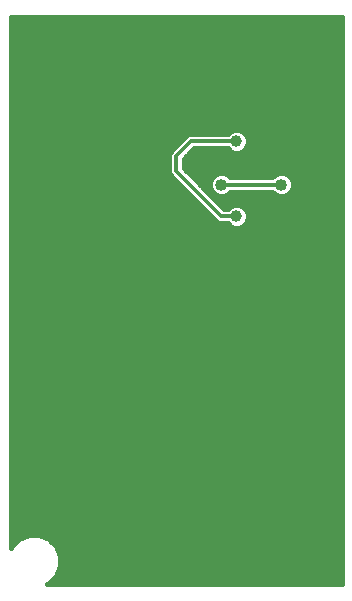
<source format=gbl>
G75*
%MOIN*%
%OFA0B0*%
%FSLAX24Y24*%
%IPPOS*%
%LPD*%
%AMOC8*
5,1,8,0,0,1.08239X$1,22.5*
%
%ADD10C,0.0160*%
%ADD11C,0.0396*%
%ADD12C,0.0120*%
%ADD13C,0.0400*%
D10*
X001160Y002354D02*
X001160Y020070D01*
X012192Y020070D01*
X012192Y001160D01*
X002354Y001160D01*
X002425Y001189D01*
X002671Y001435D01*
X002804Y001756D01*
X002804Y002104D01*
X002671Y002425D01*
X002425Y002671D01*
X002104Y002804D01*
X001756Y002804D01*
X001435Y002671D01*
X001189Y002425D01*
X001160Y002354D01*
X001160Y002424D02*
X001189Y002424D01*
X001160Y002582D02*
X001346Y002582D01*
X001160Y002741D02*
X001604Y002741D01*
X001160Y002899D02*
X012192Y002899D01*
X012192Y002741D02*
X002256Y002741D01*
X002514Y002582D02*
X012192Y002582D01*
X012192Y002424D02*
X002671Y002424D01*
X002737Y002265D02*
X012192Y002265D01*
X012192Y002107D02*
X002803Y002107D01*
X002804Y001948D02*
X012192Y001948D01*
X012192Y001790D02*
X002804Y001790D01*
X002752Y001631D02*
X012192Y001631D01*
X012192Y001473D02*
X002686Y001473D01*
X002550Y001314D02*
X012192Y001314D01*
X012192Y003058D02*
X001160Y003058D01*
X001160Y003216D02*
X012192Y003216D01*
X012192Y003375D02*
X001160Y003375D01*
X001160Y003533D02*
X012192Y003533D01*
X012192Y003692D02*
X001160Y003692D01*
X001160Y003850D02*
X012192Y003850D01*
X012192Y004009D02*
X001160Y004009D01*
X001160Y004167D02*
X012192Y004167D01*
X012192Y004326D02*
X001160Y004326D01*
X001160Y004484D02*
X012192Y004484D01*
X012192Y004643D02*
X001160Y004643D01*
X001160Y004801D02*
X012192Y004801D01*
X012192Y004960D02*
X001160Y004960D01*
X001160Y005118D02*
X012192Y005118D01*
X012192Y005277D02*
X001160Y005277D01*
X001160Y005435D02*
X012192Y005435D01*
X012192Y005594D02*
X001160Y005594D01*
X001160Y005752D02*
X012192Y005752D01*
X012192Y005911D02*
X001160Y005911D01*
X001160Y006069D02*
X012192Y006069D01*
X012192Y006228D02*
X001160Y006228D01*
X001160Y006386D02*
X012192Y006386D01*
X012192Y006545D02*
X001160Y006545D01*
X001160Y006703D02*
X012192Y006703D01*
X012192Y006862D02*
X001160Y006862D01*
X001160Y007020D02*
X012192Y007020D01*
X012192Y007179D02*
X001160Y007179D01*
X001160Y007337D02*
X012192Y007337D01*
X012192Y007496D02*
X001160Y007496D01*
X001160Y007654D02*
X012192Y007654D01*
X012192Y007813D02*
X001160Y007813D01*
X001160Y007971D02*
X012192Y007971D01*
X012192Y008130D02*
X001160Y008130D01*
X001160Y008288D02*
X012192Y008288D01*
X012192Y008447D02*
X001160Y008447D01*
X001160Y008605D02*
X012192Y008605D01*
X012192Y008764D02*
X001160Y008764D01*
X001160Y008922D02*
X012192Y008922D01*
X012192Y009081D02*
X001160Y009081D01*
X001160Y009239D02*
X012192Y009239D01*
X012192Y009398D02*
X001160Y009398D01*
X001160Y009556D02*
X012192Y009556D01*
X012192Y009715D02*
X001160Y009715D01*
X001160Y009873D02*
X012192Y009873D01*
X012192Y010032D02*
X001160Y010032D01*
X001160Y010190D02*
X012192Y010190D01*
X012192Y010349D02*
X001160Y010349D01*
X001160Y010507D02*
X012192Y010507D01*
X012192Y010666D02*
X001160Y010666D01*
X001160Y010824D02*
X012192Y010824D01*
X012192Y010983D02*
X001160Y010983D01*
X001160Y011141D02*
X012192Y011141D01*
X012192Y011300D02*
X001160Y011300D01*
X001160Y011458D02*
X012192Y011458D01*
X012192Y011617D02*
X001160Y011617D01*
X001160Y011775D02*
X012192Y011775D01*
X012192Y011934D02*
X001160Y011934D01*
X001160Y012092D02*
X012192Y012092D01*
X012192Y012251D02*
X001160Y012251D01*
X001160Y012409D02*
X012192Y012409D01*
X012192Y012568D02*
X001160Y012568D01*
X001160Y012726D02*
X012192Y012726D01*
X012192Y012885D02*
X001160Y012885D01*
X001160Y013043D02*
X012192Y013043D01*
X012192Y013202D02*
X008986Y013202D01*
X009001Y013216D02*
X009058Y013355D01*
X009058Y013505D01*
X009001Y013644D01*
X008894Y013751D01*
X008755Y013808D01*
X008605Y013808D01*
X008466Y013751D01*
X008385Y013670D01*
X008279Y013670D01*
X006920Y015029D01*
X006920Y015331D01*
X007279Y015690D01*
X008385Y015690D01*
X008466Y015609D01*
X008605Y015552D01*
X008755Y015552D01*
X008894Y015609D01*
X009001Y015716D01*
X009058Y015855D01*
X009058Y016005D01*
X009001Y016144D01*
X008894Y016251D01*
X008755Y016308D01*
X008605Y016308D01*
X008466Y016251D01*
X008385Y016170D01*
X007132Y016170D01*
X007044Y016133D01*
X006977Y016066D01*
X006477Y015566D01*
X006440Y015478D01*
X006440Y014882D01*
X006477Y014794D01*
X006544Y014727D01*
X008044Y013227D01*
X008132Y013190D01*
X008385Y013190D01*
X008466Y013109D01*
X008605Y013052D01*
X008755Y013052D01*
X008894Y013109D01*
X009001Y013216D01*
X009058Y013360D02*
X012192Y013360D01*
X012192Y013519D02*
X009053Y013519D01*
X008968Y013677D02*
X012192Y013677D01*
X012192Y013836D02*
X008114Y013836D01*
X007955Y013994D02*
X012192Y013994D01*
X012192Y014153D02*
X010382Y014153D01*
X010395Y014158D02*
X010502Y014265D01*
X010560Y014404D01*
X010560Y014556D01*
X010502Y014695D01*
X010395Y014802D01*
X010256Y014860D01*
X010104Y014860D01*
X009965Y014802D01*
X009883Y014720D01*
X008477Y014720D01*
X008395Y014802D01*
X008256Y014860D01*
X008104Y014860D01*
X007965Y014802D01*
X007858Y014695D01*
X007800Y014556D01*
X007800Y014404D01*
X007858Y014265D01*
X007965Y014158D01*
X008104Y014100D01*
X008256Y014100D01*
X008395Y014158D01*
X008477Y014240D01*
X009883Y014240D01*
X009965Y014158D01*
X010104Y014100D01*
X010256Y014100D01*
X010395Y014158D01*
X010521Y014311D02*
X012192Y014311D01*
X012192Y014470D02*
X010560Y014470D01*
X010530Y014628D02*
X012192Y014628D01*
X012192Y014787D02*
X010411Y014787D01*
X009949Y014787D02*
X008411Y014787D01*
X007949Y014787D02*
X007163Y014787D01*
X007004Y014945D02*
X012192Y014945D01*
X012192Y015104D02*
X006920Y015104D01*
X006920Y015262D02*
X012192Y015262D01*
X012192Y015421D02*
X007010Y015421D01*
X007168Y015579D02*
X008539Y015579D01*
X008821Y015579D02*
X012192Y015579D01*
X012192Y015738D02*
X009010Y015738D01*
X009058Y015896D02*
X012192Y015896D01*
X012192Y016055D02*
X009038Y016055D01*
X008932Y016213D02*
X012192Y016213D01*
X012192Y016372D02*
X001160Y016372D01*
X001160Y016530D02*
X012192Y016530D01*
X012192Y016689D02*
X001160Y016689D01*
X001160Y016847D02*
X012192Y016847D01*
X012192Y017006D02*
X001160Y017006D01*
X001160Y017164D02*
X012192Y017164D01*
X012192Y017323D02*
X001160Y017323D01*
X001160Y017481D02*
X012192Y017481D01*
X012192Y017640D02*
X001160Y017640D01*
X001160Y017798D02*
X012192Y017798D01*
X012192Y017957D02*
X001160Y017957D01*
X001160Y018115D02*
X012192Y018115D01*
X012192Y018274D02*
X001160Y018274D01*
X001160Y018432D02*
X012192Y018432D01*
X012192Y018591D02*
X001160Y018591D01*
X001160Y018749D02*
X012192Y018749D01*
X012192Y018908D02*
X001160Y018908D01*
X001160Y019066D02*
X012192Y019066D01*
X012192Y019225D02*
X001160Y019225D01*
X001160Y019383D02*
X012192Y019383D01*
X012192Y019542D02*
X001160Y019542D01*
X001160Y019700D02*
X012192Y019700D01*
X012192Y019859D02*
X001160Y019859D01*
X001160Y020017D02*
X012192Y020017D01*
X009978Y014153D02*
X008382Y014153D01*
X008392Y013677D02*
X008272Y013677D01*
X007911Y013360D02*
X001160Y013360D01*
X001160Y013202D02*
X008104Y013202D01*
X007752Y013519D02*
X001160Y013519D01*
X001160Y013677D02*
X007594Y013677D01*
X007435Y013836D02*
X001160Y013836D01*
X001160Y013994D02*
X007277Y013994D01*
X007118Y014153D02*
X001160Y014153D01*
X001160Y014311D02*
X006960Y014311D01*
X006801Y014470D02*
X001160Y014470D01*
X001160Y014628D02*
X006643Y014628D01*
X006484Y014787D02*
X001160Y014787D01*
X001160Y014945D02*
X006440Y014945D01*
X006440Y015104D02*
X001160Y015104D01*
X001160Y015262D02*
X006440Y015262D01*
X006440Y015421D02*
X001160Y015421D01*
X001160Y015579D02*
X006490Y015579D01*
X006648Y015738D02*
X001160Y015738D01*
X001160Y015896D02*
X006807Y015896D01*
X006965Y016055D02*
X001160Y016055D01*
X001160Y016213D02*
X008428Y016213D01*
X007830Y014628D02*
X007321Y014628D01*
X007480Y014470D02*
X007800Y014470D01*
X007839Y014311D02*
X007638Y014311D01*
X007797Y014153D02*
X007978Y014153D01*
D11*
X008680Y013430D03*
X008680Y015930D03*
X006180Y016930D03*
X002680Y015930D03*
X004180Y011180D03*
X009430Y007930D03*
X010680Y002430D03*
D12*
X008680Y013430D02*
X008180Y013430D01*
X006680Y014930D01*
X006680Y015430D01*
X007180Y015930D01*
X008680Y015930D01*
X008180Y014480D02*
X010180Y014480D01*
D13*
X010180Y014480D03*
X008180Y014480D03*
M02*

</source>
